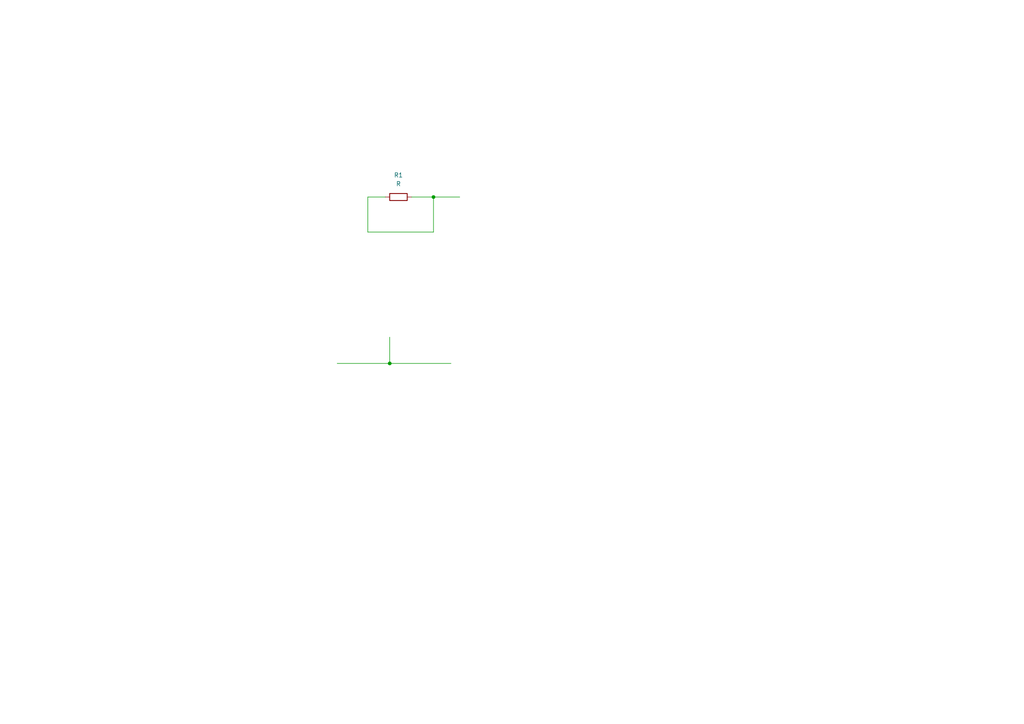
<source format=kicad_sch>
(kicad_sch (version 20240620) (generator "eeschema") (generator_version "8.99")
  (paper "A4")
  (lib_symbols
    (symbol "Device:R" (pin_numbers hide) (pin_names (offset 0))
      (property "Reference" "R" (at 2.032 0 90))
      (property "Value" "R" (at 0 0 90))
      (symbol "R_0_1"
        (rectangle (start -1.016 -2.54) (end 1.016 2.54) (stroke (width 0.254)))
      )
      (symbol "R_1_1"
        (pin passive line (at 0 3.81 270) (length 1.27) (name "~") (number "1"))
        (pin passive line (at 0 -3.81 90) (length 1.27) (name "~") (number "2"))
      )
    )
  )
  (junction (at 125.73 57.15))
  (junction (at 113.03 105.41))
  (wire (pts (xy 97.79 105.41) (xy 113.03 105.41)))
  (wire (pts (xy 113.03 97.79) (xy 113.03 105.41)))
  (wire (pts (xy 113.03 105.41) (xy 130.81 105.41)))
  (wire (pts (xy 125.73 57.15) (xy 119.38 57.15)))
  (wire (pts (xy 125.73 67.31) (xy 125.73 57.15)))
  (wire (pts (xy 111.76 57.15) (xy 106.68 57.15)))
  (wire (pts (xy 106.68 57.15) (xy 106.68 67.31)))
  (wire (pts (xy 125.73 57.15) (xy 133.35 57.15)))
  (wire (pts (xy 106.68 67.31) (xy 125.73 67.31)))
  (symbol (lib_id "Device:R") (at 115.57 57.15 90) (unit 1)
    (property "Reference" "R1" (at 115.57 50.8 90))
    (property "Value" "R" (at 115.57 53.34 90))
    (property "Description" "Resistor" (effects (hide yes)))
  )
)
</source>
